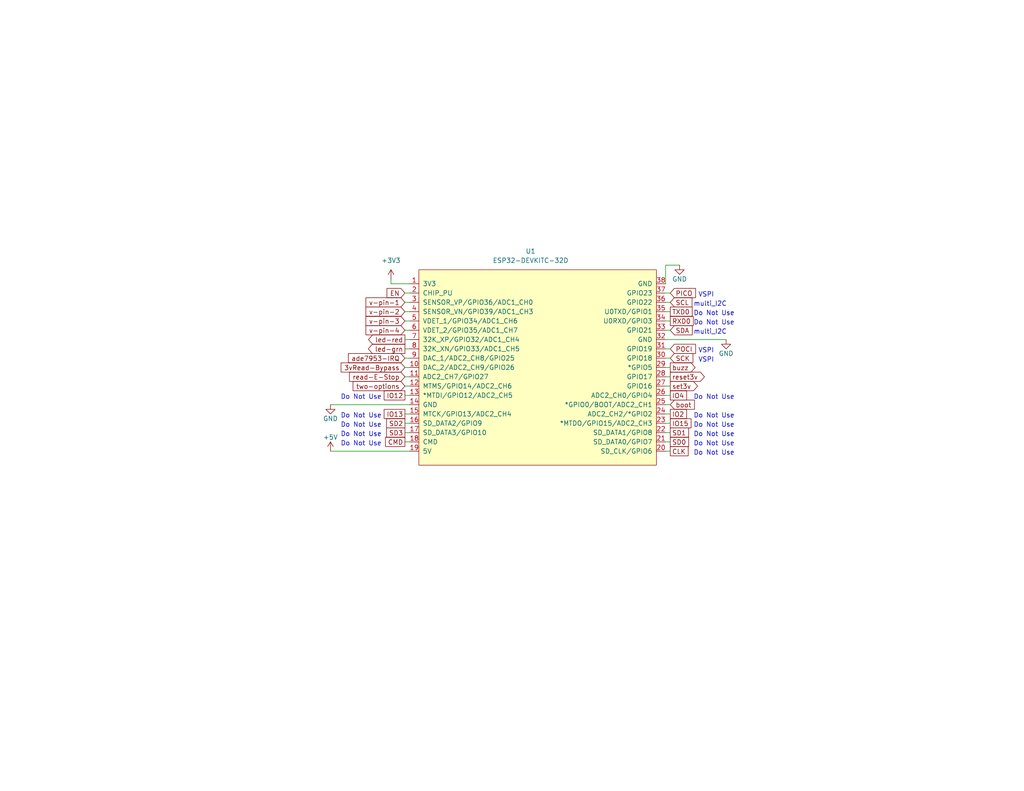
<source format=kicad_sch>
(kicad_sch (version 20211123) (generator eeschema)
  (paper "USLetter")
  (title_block (title "Connections to ESP32 Board") (date "2022-10-09") (rev "3") (company "Corey Rice & MakeHaven") (comment 1 "Connections shown, but part excluded from BOM.") (comment 2 "See headers for actual connections"))
  (lib_symbols
    (symbol "espressif:ESP32-DevKitC" (pin_names (offset 1.016))
      (property "Reference" "U1" (at 0 30.48 0))
      (property "Value" "ESP32-DEVKITC-32D" (at 0 27.94 0))
      (symbol "ESP32-DevKitC_0_0"
        (pin power_in line (at -33.02 -11.43 0) (length 2.54) (name "GND") (number "14"))
        (pin power_in line (at -33.02 -24.13 0) (length 2.54) (name "5V") (number "19"))
      )
      (symbol "ESP32-DevKitC_0_1"
        (rectangle (start -30.48 25.4) (end 34.29 -27.94) (fill (type background)))
      )
      (symbol "ESP32-DevKitC_1_1"
        (pin power_in line (at -33.02 21.59 0) (length 2.54) (name "3V3") (number "1"))
        (pin bidirectional line (at -33.02 -1.27 0) (length 2.54) (name "DAC_2/ADC2_CH9/GPIO26") (number "10"))
        (pin bidirectional line (at -33.02 -3.81 0) (length 2.54) (name "ADC2_CH7/GPIO27") (number "11"))
        (pin bidirectional line (at -33.02 -6.35 0) (length 2.54) (name "MTMS/GPIO14/ADC2_CH6") (number "12"))
        (pin bidirectional line (at -33.02 -8.89 0) (length 2.54) (name "*MTDI/GPIO12/ADC2_CH5") (number "13"))
        (pin bidirectional line (at -33.02 -13.97 0) (length 2.54) (name "MTCK/GPIO13/ADC2_CH4") (number "15"))
        (pin bidirectional line (at -33.02 -16.51 0) (length 2.54) (name "SD_DATA2/GPIO9") (number "16"))
        (pin bidirectional line (at -33.02 -19.05 0) (length 2.54) (name "SD_DATA3/GPIO10") (number "17"))
        (pin bidirectional line (at -33.02 -21.59 0) (length 2.54) (name "CMD") (number "18"))
        (pin input line (at -33.02 19.05 0) (length 2.54) (name "CHIP_PU") (number "2"))
        (pin bidirectional line (at 36.83 -24.13 180) (length 2.54) (name "SD_CLK/GPIO6") (number "20"))
        (pin bidirectional line (at 36.83 -21.59 180) (length 2.54) (name "SD_DATA0/GPIO7") (number "21"))
        (pin bidirectional line (at 36.83 -19.05 180) (length 2.54) (name "SD_DATA1/GPIO8") (number "22"))
        (pin bidirectional line (at 36.83 -16.51 180) (length 2.54) (name "*MTDO/GPIO15/ADC2_CH3") (number "23"))
        (pin bidirectional line (at 36.83 -13.97 180) (length 2.54) (name "ADC2_CH2/*GPIO2") (number "24"))
        (pin bidirectional line (at 36.83 -11.43 180) (length 2.54) (name "*GPIO0/BOOT/ADC2_CH1") (number "25"))
        (pin bidirectional line (at 36.83 -8.89 180) (length 2.54) (name "ADC2_CH0/GPIO4") (number "26"))
        (pin bidirectional line (at 36.83 -6.35 180) (length 2.54) (name "GPIO16") (number "27"))
        (pin bidirectional line (at 36.83 -3.81 180) (length 2.54) (name "GPIO17") (number "28"))
        (pin bidirectional line (at 36.83 -1.27 180) (length 2.54) (name "*GPIO5") (number "29"))
        (pin input line (at -33.02 16.51 0) (length 2.54) (name "SENSOR_VP/GPIO36/ADC1_CH0") (number "3"))
        (pin bidirectional line (at 36.83 1.27 180) (length 2.54) (name "GPIO18") (number "30"))
        (pin bidirectional line (at 36.83 3.81 180) (length 2.54) (name "GPIO19") (number "31"))
        (pin power_in line (at 36.83 6.35 180) (length 2.54) (name "GND") (number "32"))
        (pin bidirectional line (at 36.83 8.89 180) (length 2.54) (name "GPIO21") (number "33"))
        (pin bidirectional line (at 36.83 11.43 180) (length 2.54) (name "U0RXD/GPIO3") (number "34"))
        (pin bidirectional line (at 36.83 13.97 180) (length 2.54) (name "U0TXD/GPIO1") (number "35"))
        (pin bidirectional line (at 36.83 16.51 180) (length 2.54) (name "GPIO22") (number "36"))
        (pin bidirectional line (at 36.83 19.05 180) (length 2.54) (name "GPIO23") (number "37"))
        (pin power_in line (at 36.83 21.59 180) (length 2.54) (name "GND") (number "38"))
        (pin input line (at -33.02 13.97 0) (length 2.54) (name "SENSOR_VN/GPIO39/ADC1_CH3") (number "4"))
        (pin input line (at -33.02 11.43 0) (length 2.54) (name "VDET_1/GPIO34/ADC1_CH6") (number "5"))
        (pin input line (at -33.02 8.89 0) (length 2.54) (name "VDET_2/GPIO35/ADC1_CH7") (number "6"))
        (pin bidirectional line (at -33.02 6.35 0) (length 2.54) (name "32K_XP/GPIO32/ADC1_CH4") (number "7"))
        (pin bidirectional line (at -33.02 3.81 0) (length 2.54) (name "32K_XN/GPIO33/ADC1_CH5") (number "8"))
        (pin bidirectional line (at -33.02 1.27 0) (length 2.54) (name "DAC_1/ADC2_CH8/GPIO25") (number "9"))
      )
    )
    (symbol "power:+3V3" (power) (pin_names (offset 0))
      (property "Value" "+3V3" (at 0 3.556 0))
      (symbol "+3V3_0_1"
        (polyline (pts (xy -0.762 1.27) (xy 0 2.54)))
        (polyline (pts (xy 0 0) (xy 0 2.54)))
        (polyline (pts (xy 0 2.54) (xy 0.762 1.27)))
      )
      (symbol "+3V3_1_1"
        (pin power_in line (at 0 0 90) (length 0) hide (name "+3V3") (number "1"))
      )
    )
    (symbol "power:+5V" (power) (pin_names (offset 0))
      (property "Value" "+5V" (at 0 3.556 0))
      (symbol "+5V_0_1"
        (polyline (pts (xy -0.762 1.27) (xy 0 2.54)))
        (polyline (pts (xy 0 0) (xy 0 2.54)))
        (polyline (pts (xy 0 2.54) (xy 0.762 1.27)))
      )
      (symbol "+5V_1_1"
        (pin power_in line (at 0 0 90) (length 0) hide (name "+5V") (number "1"))
      )
    )
    (symbol "power:GND" (power) (pin_names (offset 0))
      (property "Value" "GND" (at 0 -3.81 0))
      (symbol "GND_0_1"
        (polyline (pts (xy 0 0) (xy 0 -1.27) (xy 1.27 -1.27) (xy 0 -2.54) (xy -1.27 -1.27) (xy 0 -1.27)))
      )
      (symbol "GND_1_1"
        (pin power_in line (at 0 0 270) (length 0) hide (name "GND") (number "1"))
      )
    )
  )
  (wire (pts (xy 106.68 77.47) (xy 106.68 76.2)))
  (wire (pts (xy 110.49 82.55) (xy 111.76 82.55)))
  (wire (pts (xy 110.49 107.95) (xy 111.76 107.95)))
  (wire (pts (xy 110.49 97.79) (xy 111.76 97.79)))
  (wire (pts (xy 181.61 102.87) (xy 182.88 102.87)))
  (wire (pts (xy 181.61 100.33) (xy 182.88 100.33)))
  (wire (pts (xy 181.61 110.49) (xy 182.88 110.49)))
  (wire (pts (xy 181.61 115.57) (xy 182.88 115.57)))
  (wire (pts (xy 110.49 85.09) (xy 111.76 85.09)))
  (wire (pts (xy 181.61 90.17) (xy 182.88 90.17)))
  (wire (pts (xy 181.61 82.55) (xy 182.88 82.55)))
  (wire (pts (xy 110.49 118.11) (xy 111.76 118.11)))
  (wire (pts (xy 110.49 120.65) (xy 111.76 120.65)))
  (wire (pts (xy 110.49 90.17) (xy 111.76 90.17)))
  (wire (pts (xy 185.42 72.39) (xy 181.61 72.39)))
  (wire (pts (xy 181.61 95.25) (xy 182.88 95.25)))
  (wire (pts (xy 181.61 113.03) (xy 182.88 113.03)))
  (wire (pts (xy 110.49 115.57) (xy 111.76 115.57)))
  (wire (pts (xy 181.61 107.95) (xy 182.88 107.95)))
  (wire (pts (xy 110.49 102.87) (xy 111.76 102.87)))
  (wire (pts (xy 181.61 105.41) (xy 182.88 105.41)))
  (wire (pts (xy 90.17 110.49) (xy 111.76 110.49)))
  (wire (pts (xy 110.49 100.33) (xy 111.76 100.33)))
  (wire (pts (xy 110.49 95.25) (xy 111.76 95.25)))
  (wire (pts (xy 181.61 80.01) (xy 182.88 80.01)))
  (wire (pts (xy 110.49 80.01) (xy 111.76 80.01)))
  (wire (pts (xy 181.61 123.19) (xy 182.88 123.19)))
  (wire (pts (xy 181.61 92.71) (xy 198.12 92.71)))
  (wire (pts (xy 181.61 97.79) (xy 182.88 97.79)))
  (wire (pts (xy 106.68 77.47) (xy 111.76 77.47)))
  (wire (pts (xy 110.49 92.71) (xy 111.76 92.71)))
  (wire (pts (xy 181.61 87.63) (xy 182.88 87.63)))
  (wire (pts (xy 90.17 123.19) (xy 111.76 123.19)))
  (wire (pts (xy 181.61 72.39) (xy 181.61 77.47)))
  (wire (pts (xy 110.49 113.03) (xy 111.76 113.03)))
  (wire (pts (xy 181.61 85.09) (xy 182.88 85.09)))
  (wire (pts (xy 110.49 87.63) (xy 111.76 87.63)))
  (wire (pts (xy 181.61 118.11) (xy 182.88 118.11)))
  (wire (pts (xy 181.61 120.65) (xy 182.88 120.65)))
  (wire (pts (xy 110.49 105.41) (xy 111.76 105.41)))
  (text "Do Not Use" (at 189.23 88.9 0) (effects (font (size 1.27 1.27)) (justify left bottom)))
  (text "Do Not Use" (at 104.14 116.84 180) (effects (font (size 1.27 1.27)) (justify right bottom)))
  (text "Do Not Use" (at 189.23 109.22 0) (effects (font (size 1.27 1.27)) (justify left bottom)))
  (text "Do Not Use" (at 189.23 114.3 0) (effects (font (size 1.27 1.27)) (justify left bottom)))
  (text "VSPI" (at 190.5 96.52 0) (effects (font (size 1.27 1.27)) (justify left bottom)))
  (text "Do Not Use" (at 104.14 119.38 180) (effects (font (size 1.27 1.27)) (justify right bottom)))
  (text "Do Not Use" (at 189.23 116.84 0) (effects (font (size 1.27 1.27)) (justify left bottom)))
  (text "multi_I2C\n" (at 189.23 83.82 0) (effects (font (size 1.27 1.27)) (justify left bottom)))
  (text "Do Not Use" (at 189.23 121.92 0) (effects (font (size 1.27 1.27)) (justify left bottom)))
  (text "Do Not Use" (at 104.14 109.22 180) (effects (font (size 1.27 1.27)) (justify right bottom)))
  (text "VSPI" (at 190.5 99.06 0) (effects (font (size 1.27 1.27)) (justify left bottom)))
  (text "Do Not Use" (at 104.14 121.92 180) (effects (font (size 1.27 1.27)) (justify right bottom)))
  (text "Do Not Use" (at 189.23 124.46 0) (effects (font (size 1.27 1.27)) (justify left bottom)))
  (text "Do Not Use" (at 189.23 86.36 0) (effects (font (size 1.27 1.27)) (justify left bottom)))
  (text "VSPI" (at 190.5 81.28 0) (effects (font (size 1.27 1.27)) (justify left bottom)))
  (text "Do Not Use" (at 189.23 119.38 0) (effects (font (size 1.27 1.27)) (justify left bottom)))
  (text "multi_I2C\n" (at 189.23 91.44 0) (effects (font (size 1.27 1.27)) (justify left bottom)))
  (text "Do Not Use" (at 104.14 114.3 180) (effects (font (size 1.27 1.27)) (justify right bottom)))
  (global_label "v-pin-3" (shape input) (at 110.49 87.63 180) (property "Intersheet References" "${INTERSHEET_REFS}" (effects hide)))
  (global_label "POCI" (shape input) (at 182.88 95.25 0) (property "Intersheet References" "${INTERSHEET_REFS}" (effects hide)))
  (global_label "SCK" (shape input) (at 182.88 97.79 0) (property "Intersheet References" "${INTERSHEET_REFS}" (effects hide)))
  (global_label "set3v" (shape output) (at 182.88 105.41 0) (property "Intersheet References" "${INTERSHEET_REFS}" (effects hide)))
  (global_label "IO12" (shape passive) (at 110.49 107.95 180) (property "Intersheet References" "${INTERSHEET_REFS}" (effects hide)))
  (global_label "SDA" (shape input) (at 182.88 90.17 0) (property "Intersheet References" "${INTERSHEET_REFS}" (effects hide)))
  (global_label "IO4" (shape passive) (at 182.88 107.95 0) (property "Intersheet References" "${INTERSHEET_REFS}" (effects hide)))
  (global_label "read-E-Stop" (shape input) (at 110.49 102.87 180) (property "Intersheet References" "${INTERSHEET_REFS}" (effects hide)))
  (global_label "SD3" (shape passive) (at 110.49 118.11 180) (property "Intersheet References" "${INTERSHEET_REFS}" (effects hide)))
  (global_label "boot" (shape input) (at 182.88 110.49 0) (property "Intersheet References" "${INTERSHEET_REFS}" (effects hide)))
  (global_label "v-pin-2" (shape input) (at 110.49 85.09 180) (property "Intersheet References" "${INTERSHEET_REFS}" (effects hide)))
  (global_label "PICO" (shape input) (at 182.88 80.01 0) (property "Intersheet References" "${INTERSHEET_REFS}" (effects hide)))
  (global_label "RXD0" (shape passive) (at 182.88 87.63 0) (property "Intersheet References" "${INTERSHEET_REFS}" (effects hide)))
  (global_label "two-options" (shape input) (at 110.49 105.41 180) (property "Intersheet References" "${INTERSHEET_REFS}" (effects hide)))
  (global_label "CMD" (shape passive) (at 110.49 120.65 180) (property "Intersheet References" "${INTERSHEET_REFS}" (effects hide)))
  (global_label "reset3v" (shape output) (at 182.88 102.87 0) (property "Intersheet References" "${INTERSHEET_REFS}" (effects hide)))
  (global_label "v-pin-4" (shape input) (at 110.49 90.17 180) (property "Intersheet References" "${INTERSHEET_REFS}" (effects hide)))
  (global_label "EN" (shape input) (at 110.49 80.01 180) (property "Intersheet References" "${INTERSHEET_REFS}" (effects hide)))
  (global_label "IO13" (shape passive) (at 110.49 113.03 180) (property "Intersheet References" "${INTERSHEET_REFS}" (effects hide)))
  (global_label "SD0" (shape passive) (at 182.88 120.65 0) (property "Intersheet References" "${INTERSHEET_REFS}" (effects hide)))
  (global_label "SD1" (shape passive) (at 182.88 118.11 0) (property "Intersheet References" "${INTERSHEET_REFS}" (effects hide)))
  (global_label "v-pin-1" (shape input) (at 110.49 82.55 180) (property "Intersheet References" "${INTERSHEET_REFS}" (effects hide)))
  (global_label "CLK" (shape passive) (at 182.88 123.19 0) (property "Intersheet References" "${INTERSHEET_REFS}" (effects hide)))
  (global_label "IO15" (shape passive) (at 182.88 115.57 0) (property "Intersheet References" "${INTERSHEET_REFS}" (effects hide)))
  (global_label "led-grn" (shape output) (at 110.49 95.25 180) (property "Intersheet References" "${INTERSHEET_REFS}" (effects hide)))
  (global_label "led-red" (shape output) (at 110.49 92.71 180) (property "Intersheet References" "${INTERSHEET_REFS}" (effects hide)))
  (global_label "IO2" (shape passive) (at 182.88 113.03 0) (property "Intersheet References" "${INTERSHEET_REFS}" (effects hide)))
  (global_label "SCL" (shape input) (at 182.88 82.55 0) (property "Intersheet References" "${INTERSHEET_REFS}" (effects hide)))
  (global_label "TXD0" (shape passive) (at 182.88 85.09 0) (property "Intersheet References" "${INTERSHEET_REFS}" (effects hide)))
  (global_label "3vRead-Bypass" (shape input) (at 110.49 100.33 180) (property "Intersheet References" "${INTERSHEET_REFS}" (effects hide)))
  (global_label "SD2" (shape passive) (at 110.49 115.57 180) (property "Intersheet References" "${INTERSHEET_REFS}" (effects hide)))
  (global_label "buzz" (shape output) (at 182.88 100.33 0) (property "Intersheet References" "${INTERSHEET_REFS}" (effects hide)))
  (global_label "ade7953-IRQ" (shape input) (at 110.49 97.79 180) (property "Intersheet References" "${INTERSHEET_REFS}" (effects hide)))
  (symbol (lib_id "power:+5V") (at 90.17 123.19 0) (unit 1)
    (property "Reference" "#PWR0104" (effects hide))
    (property "Value" "+5V" (at 90.17 119.38 0))
  )
  (symbol (lib_id "power:GND") (at 198.12 92.71 0) (unit 1)
    (property "Reference" "#PWR0102" (effects hide))
    (property "Value" "GND" (at 198.12 96.52 0))
  )
  (symbol (lib_id "power:GND") (at 185.42 72.39 0) (unit 1)
    (property "Reference" "#PWR0101" (effects hide))
    (property "Value" "GND" (at 185.42 76.2 0))
  )
  (symbol (lib_id "power:+3V3") (at 106.68 76.2 0) (unit 1)
    (property "Reference" "#PWR01" (effects hide))
    (property "Value" "+3V3" (at 106.68 71.12 0))
  )
  (symbol (lib_id "power:GND") (at 90.17 110.49 0) (unit 1)
    (property "Reference" "#PWR0105" (effects hide))
    (property "Value" "GND" (at 90.17 114.3 0))
  )
  (symbol (lib_id "espressif:ESP32-DevKitC") (at 144.78 99.06 0) (unit 1)
    (property "Reference" "U1" (at 144.78 68.58 0))
    (property "Value" "ESP32-DEVKITC-32D" (at 144.78 71.12 0))
    (property "Footprint" "Espressif:ESP32-DevKitC" (effects hide))
    (property "Datasheet" "https://docs.espressif.com/projects/esp-idf/zh_CN/latest/esp32/hw-reference/esp32/get-started-devkitc.html" (effects hide))
    (property "PARTREV" "4" (effects hide))
    (property "MANUFACTURER" "Espressif Systems" (effects hide))
  )
)
</source>
